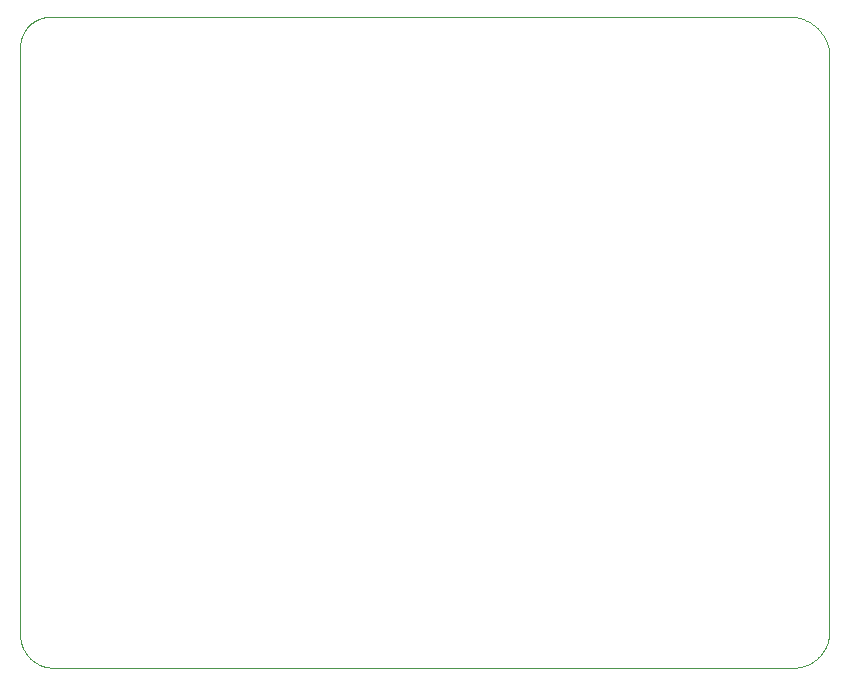
<source format=gbp>
G75*
%MOIN*%
%OFA0B0*%
%FSLAX25Y25*%
%IPPOS*%
%LPD*%
%AMOC8*
5,1,8,0,0,1.08239X$1,22.5*
%
%ADD10C,0.00000*%
D10*
X0014520Y0012000D02*
X0014520Y0207961D01*
X0014523Y0208203D01*
X0014532Y0208444D01*
X0014546Y0208685D01*
X0014567Y0208926D01*
X0014593Y0209166D01*
X0014625Y0209406D01*
X0014663Y0209645D01*
X0014706Y0209882D01*
X0014756Y0210119D01*
X0014811Y0210354D01*
X0014871Y0210588D01*
X0014938Y0210820D01*
X0015009Y0211051D01*
X0015087Y0211280D01*
X0015170Y0211507D01*
X0015258Y0211732D01*
X0015352Y0211955D01*
X0015451Y0212175D01*
X0015556Y0212393D01*
X0015665Y0212608D01*
X0015780Y0212821D01*
X0015900Y0213031D01*
X0016025Y0213237D01*
X0016155Y0213441D01*
X0016290Y0213642D01*
X0016430Y0213839D01*
X0016574Y0214033D01*
X0016723Y0214223D01*
X0016877Y0214409D01*
X0017035Y0214592D01*
X0017197Y0214771D01*
X0017364Y0214946D01*
X0017535Y0215117D01*
X0017710Y0215284D01*
X0017889Y0215446D01*
X0018072Y0215604D01*
X0018258Y0215758D01*
X0018448Y0215907D01*
X0018642Y0216051D01*
X0018839Y0216191D01*
X0019040Y0216326D01*
X0019244Y0216456D01*
X0019450Y0216581D01*
X0019660Y0216701D01*
X0019873Y0216816D01*
X0020088Y0216925D01*
X0020306Y0217030D01*
X0020526Y0217129D01*
X0020749Y0217223D01*
X0020974Y0217311D01*
X0021201Y0217394D01*
X0021430Y0217472D01*
X0021661Y0217543D01*
X0021893Y0217610D01*
X0022127Y0217670D01*
X0022362Y0217725D01*
X0022599Y0217775D01*
X0022836Y0217818D01*
X0023075Y0217856D01*
X0023315Y0217888D01*
X0023555Y0217914D01*
X0023796Y0217935D01*
X0024037Y0217949D01*
X0024278Y0217958D01*
X0024520Y0217961D01*
X0269205Y0217961D01*
X0284220Y0205945D02*
X0284220Y0013000D01*
X0284216Y0012710D01*
X0284206Y0012420D01*
X0284188Y0012131D01*
X0284164Y0011842D01*
X0284133Y0011554D01*
X0284094Y0011266D01*
X0284049Y0010980D01*
X0283996Y0010694D01*
X0283937Y0010411D01*
X0283871Y0010128D01*
X0283799Y0009848D01*
X0283719Y0009569D01*
X0283633Y0009292D01*
X0283540Y0009017D01*
X0283440Y0008745D01*
X0283334Y0008475D01*
X0283222Y0008208D01*
X0283102Y0007943D01*
X0282977Y0007682D01*
X0282845Y0007423D01*
X0282708Y0007168D01*
X0282564Y0006916D01*
X0282414Y0006668D01*
X0282258Y0006424D01*
X0282096Y0006183D01*
X0281928Y0005947D01*
X0281755Y0005714D01*
X0281576Y0005486D01*
X0281392Y0005262D01*
X0281202Y0005043D01*
X0281007Y0004828D01*
X0280807Y0004618D01*
X0280602Y0004413D01*
X0280392Y0004213D01*
X0280177Y0004018D01*
X0279958Y0003828D01*
X0279734Y0003644D01*
X0279506Y0003465D01*
X0279273Y0003292D01*
X0279037Y0003124D01*
X0278796Y0002962D01*
X0278552Y0002806D01*
X0278304Y0002656D01*
X0278052Y0002512D01*
X0277797Y0002375D01*
X0277538Y0002243D01*
X0277277Y0002118D01*
X0277012Y0001998D01*
X0276745Y0001886D01*
X0276475Y0001780D01*
X0276203Y0001680D01*
X0275928Y0001587D01*
X0275651Y0001501D01*
X0275372Y0001421D01*
X0275092Y0001349D01*
X0274809Y0001283D01*
X0274526Y0001224D01*
X0274240Y0001171D01*
X0273954Y0001126D01*
X0273666Y0001087D01*
X0273378Y0001056D01*
X0273089Y0001032D01*
X0272800Y0001014D01*
X0272510Y0001004D01*
X0272220Y0001000D01*
X0025520Y0001000D01*
X0025250Y0001003D01*
X0024980Y0001013D01*
X0024711Y0001030D01*
X0024442Y0001053D01*
X0024173Y0001083D01*
X0023906Y0001119D01*
X0023639Y0001162D01*
X0023374Y0001211D01*
X0023110Y0001267D01*
X0022847Y0001330D01*
X0022586Y0001398D01*
X0022327Y0001474D01*
X0022070Y0001555D01*
X0021814Y0001643D01*
X0021561Y0001737D01*
X0021310Y0001837D01*
X0021062Y0001944D01*
X0020817Y0002056D01*
X0020574Y0002175D01*
X0020335Y0002299D01*
X0020098Y0002429D01*
X0019865Y0002565D01*
X0019635Y0002707D01*
X0019409Y0002854D01*
X0019186Y0003007D01*
X0018967Y0003165D01*
X0018752Y0003328D01*
X0018542Y0003497D01*
X0018335Y0003671D01*
X0018133Y0003850D01*
X0017935Y0004033D01*
X0017742Y0004222D01*
X0017553Y0004415D01*
X0017370Y0004613D01*
X0017191Y0004815D01*
X0017017Y0005022D01*
X0016848Y0005232D01*
X0016685Y0005447D01*
X0016527Y0005666D01*
X0016374Y0005889D01*
X0016227Y0006115D01*
X0016085Y0006345D01*
X0015949Y0006578D01*
X0015819Y0006815D01*
X0015695Y0007054D01*
X0015576Y0007297D01*
X0015464Y0007542D01*
X0015357Y0007790D01*
X0015257Y0008041D01*
X0015163Y0008294D01*
X0015075Y0008550D01*
X0014994Y0008807D01*
X0014918Y0009066D01*
X0014850Y0009327D01*
X0014787Y0009590D01*
X0014731Y0009854D01*
X0014682Y0010119D01*
X0014639Y0010386D01*
X0014603Y0010653D01*
X0014573Y0010922D01*
X0014550Y0011191D01*
X0014533Y0011460D01*
X0014523Y0011730D01*
X0014520Y0012000D01*
X0269205Y0217961D02*
X0269532Y0217993D01*
X0269860Y0218018D01*
X0270188Y0218034D01*
X0270516Y0218043D01*
X0270845Y0218043D01*
X0271174Y0218036D01*
X0271502Y0218021D01*
X0271830Y0217997D01*
X0272157Y0217966D01*
X0272483Y0217927D01*
X0272808Y0217880D01*
X0273132Y0217826D01*
X0273455Y0217763D01*
X0273776Y0217693D01*
X0274095Y0217615D01*
X0274413Y0217529D01*
X0274728Y0217435D01*
X0275040Y0217334D01*
X0275350Y0217226D01*
X0275658Y0217110D01*
X0275963Y0216987D01*
X0276264Y0216856D01*
X0276562Y0216718D01*
X0276857Y0216573D01*
X0277148Y0216421D01*
X0277436Y0216261D01*
X0277720Y0216095D01*
X0277999Y0215922D01*
X0278274Y0215743D01*
X0278545Y0215557D01*
X0278811Y0215364D01*
X0279073Y0215165D01*
X0279329Y0214960D01*
X0279581Y0214748D01*
X0279827Y0214531D01*
X0280068Y0214307D01*
X0280304Y0214078D01*
X0280534Y0213843D01*
X0280758Y0213603D01*
X0280976Y0213357D01*
X0281189Y0213107D01*
X0281395Y0212851D01*
X0281595Y0212590D01*
X0281789Y0212325D01*
X0281976Y0212054D01*
X0282156Y0211780D01*
X0282330Y0211501D01*
X0282497Y0211218D01*
X0282658Y0210931D01*
X0282811Y0210640D01*
X0282957Y0210346D01*
X0283096Y0210048D01*
X0283228Y0209747D01*
X0283352Y0209443D01*
X0283469Y0209136D01*
X0283579Y0208826D01*
X0283681Y0208514D01*
X0283776Y0208199D01*
X0283862Y0207882D01*
X0283942Y0207563D01*
X0284013Y0207243D01*
X0284077Y0206920D01*
X0284133Y0206596D01*
X0284181Y0206271D01*
X0284221Y0205945D01*
M02*

</source>
